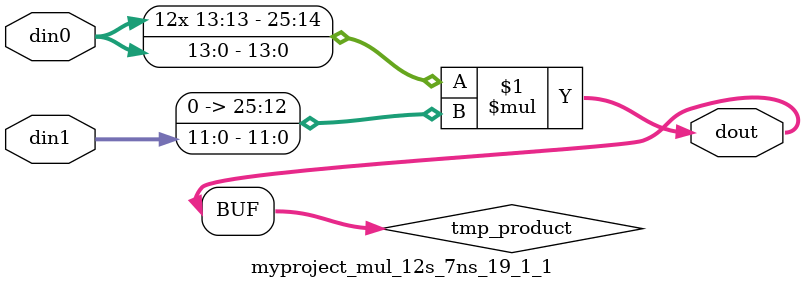
<source format=v>

`timescale 1 ns / 1 ps

 module myproject_mul_12s_7ns_19_1_1(din0, din1, dout);
parameter ID = 1;
parameter NUM_STAGE = 0;
parameter din0_WIDTH = 14;
parameter din1_WIDTH = 12;
parameter dout_WIDTH = 26;

input [din0_WIDTH - 1 : 0] din0; 
input [din1_WIDTH - 1 : 0] din1; 
output [dout_WIDTH - 1 : 0] dout;

wire signed [dout_WIDTH - 1 : 0] tmp_product;


























assign tmp_product = $signed(din0) * $signed({1'b0, din1});









assign dout = tmp_product;





















endmodule

</source>
